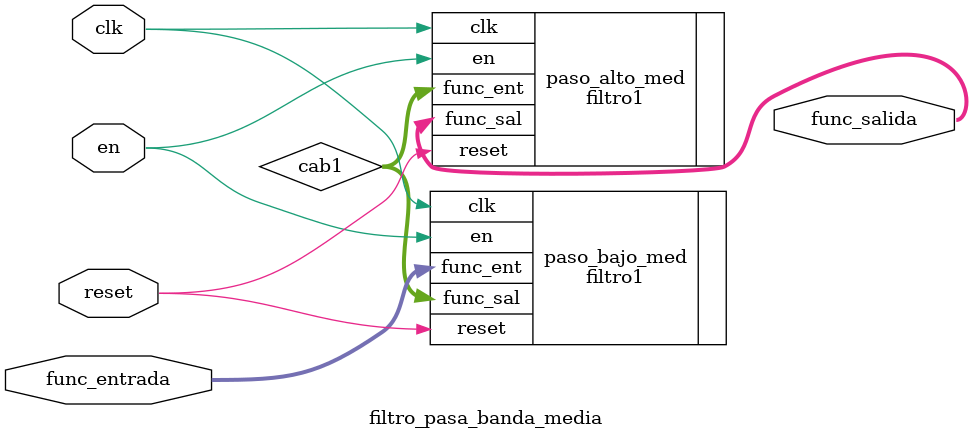
<source format=v>
`timescale 1ns / 1ps
module filtro_pasa_banda_media #(parameter ancho = 25,signo=1,magnitud=8,fraccion=16, 
a1H=25'b1111111111111111111111111,a2H=25'b0000000000000000000000000,b0H=25'b1111111111111111111111111,b1H=25'b1111110000011111111111111,b2H=25'b0000000000000000000000010,
a1B=25'b0000000000000000000000000,a2B=25'b0000000000000000000000001,b0B=25'b0000000000000000000000000,b1B=25'b1111111111111111111111111,b2B=25'b0000000000000000000000000

)


( 

input wire clk, reset, en,
input wire signed [ancho-1:0]func_entrada,
output wire signed [ancho-1:0]func_salida

    );
	 

wire signed [ancho-1:0] cab1;

filtro1 #(.a1(a1H), .a2(a2H), 
			.b0(b0H), .b1(b1H), .b2(b2H), 
			.ancho_p(ancho), .signo(signo), .magnitud(magnitud), .fraccion(fraccion)) paso_alto_med(.clk(clk), .reset(reset),.en(en) ,.func_ent(cab1) ,.func_sal(func_salida));
			 
			 
filtro1 #(.a1(a1B), .a2(a2B), 
			.b0(b0B), .b1(b1B), .b2(b2B), 
			.ancho_p(ancho), .signo(signo), .magnitud(magnitud), .fraccion(fraccion)) paso_bajo_med(.clk(clk), .reset(reset) ,.en(en),.func_ent(func_entrada) ,.func_sal(cab1));

endmodule

</source>
